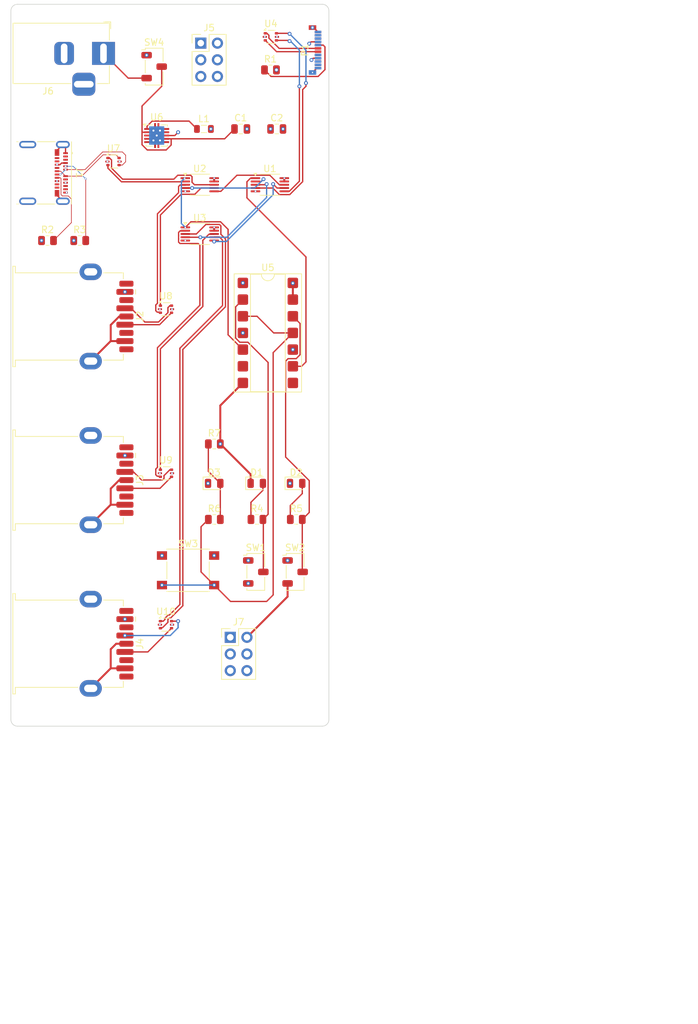
<source format=kicad_pcb>
(kicad_pcb (version 20241229) (generator "pcbnew") (generator_version "9.0")
  (layers (0 "F.Cu" mixed) (4 "In1.Cu" signal) (6 "In2.Cu" signal) (2 "B.Cu" power) (13 "F.Paste" user) (15 "B.Paste" user) (5 "F.SilkS" user "F.Silkscreen") (7 "B.SilkS" user "B.Silkscreen") (1 "F.Mask" user) (3 "B.Mask" user) (25 "Edge.Cuts" user))
  (net 0 "")
  (net 1 "Net-(SW4-B)")
  (net 2 "GND")
  (net 3 "/BATT_5V_IN")
  (net 4 "Net-(D1-A)")
  (net 5 "Net-(D2-A)")
  (net 6 "Net-(D3-A)")
  (net 7 "/PCB_5V")
  (net 8 "Net-(J1-D--PadA7)")
  (net 9 "Net-(J1-CC1)")
  (net 10 "Net-(J1-CC2)")
  (net 11 "Net-(J1-D+-PadA6)")
  (net 18 "Net-(J2-D+)")
  (net 19 "Net-(J2-D-)")
  (net 20 "Net-(J3-D-)")
  (net 25 "Net-(J3-D+)")
  (net 29 "Net-(J4-D+)")
  (net 31 "Net-(J4-D-)")
  (net 32 "/VBUS_5V_IN")
  (net 33 "/BB_5V")
  (net 34 "Net-(SW4-A)")
  (net 35 "Net-(U6-SW)")
  (net 37 "Net-(P1-D-)")
  (net 38 "Net-(P1-CC)")
  (net 39 "Net-(P1-D+)")
  (net 40 "Net-(SW1-B)")
  (net 41 "Net-(SW2-B)")
  (net 42 "Net-(U5A-C)")
  (net 43 "Net-(U1-D-)")
  (net 44 "Net-(U1-D2+)")
  (net 45 "Net-(U1-D2-)")
  (net 46 "Net-(U1-D1+)")
  (net 47 "Net-(U1-D1-)")
  (net 48 "/S1")
  (net 49 "Net-(U1-D+)")
  (net 50 "/S0")
  (net 51 "/D1-")
  (net 52 "/D1+")
  (net 53 "/D2+")
  (net 54 "/D2-")
  (net 55 "/D3+")
  (net 56 "/D4+")
  (net 57 "/D4-")
  (net 58 "/D3-")
  (footprint "Package_TO_SOT_SMD:SOT-666" (layer "F.Cu") (at 147.15 110.4625)
    (property "Reference" "U9")
    (property "Value" "USBLC6-2P6")
  )
  (footprint "Button_Switch_SMD:Nidec_Copal_CAS-120A" (layer "F.Cu") (at 145.35 48.5)
    (property "Reference" "SW4")
    (property "Value" "SW_Nidec_CAS-120A1")
  )
  (footprint "Resistor_SMD:R_0805_2012Metric" (layer "F.Cu") (at 154.525 106)
    (property "Reference" "R7")
    (property "Value" "10k")
  )
  (footprint "Capacitor_SMD:C_0805_2012Metric" (layer "F.Cu") (at 158.55 58)
    (property "Reference" "C1")
    (property "Value" "2.2u")
  )
  (footprint "Resistor_SMD:R_0805_2012Metric" (layer "F.Cu") (at 161.025 117.5)
    (property "Reference" "R4")
    (property "Value" "330")
  )
  (footprint "LED_SMD:LED_0805_2012Metric" (layer "F.Cu") (at 154.5 112)
    (property "Reference" "D3")
    (property "Value" "LED_GREEN")
  )
  (footprint "Connector_USB:USB_C_Plug_Molex_105444" (layer "F.Cu") (at 170.38 45.9725 -90)
    (property "Reference" "P1")
    (property "Value" "USB_C_Plug_USB2.0")
  )
  (footprint "Button_Switch_SMD:Nidec_Copal_CAS-120A" (layer "F.Cu") (at 160.85 125.5)
    (property "Reference" "SW1")
    (property "Value" "SW_Nidec_CAS-120A1")
  )
  (footprint "Capacitor_SMD:C_0805_2012Metric" (layer "F.Cu") (at 164.05 58)
    (property "Reference" "C2")
    (property "Value" "47u")
  )
  (footprint "Package_DIP:DIP-14_W7.62mm_SMDSocket_SmallPads" (layer "F.Cu") (at 162.69 89.08)
    (property "Reference" "U5")
    (property "Value" "74HC74")
  )
  (footprint "Connector_USB:USB3_A_Receptacle_Wuerth_692122030100" (layer "F.Cu") (at 132.2225 111.506667 -90)
    (property "Reference" "J3")
    (property "Value" "USB3_A")
  )
  (footprint "Button_Switch_SMD:SW_SPST_PTS645" (layer "F.Cu") (at 150.52 125.25)
    (property "Reference" "SW3")
    (property "Value" "SW_Push")
  )
  (footprint "Connector_USB:USB_C_Receptacle_Molex_105450-0101" (layer "F.Cu") (at 128.6225 64.69 -90)
    (property "Reference" "J1")
    (property "Value" "USB_C_Receptacle_USB2.0_16P")
  )
  (footprint "Connector_USB:USB3_A_Receptacle_Wuerth_692122030100" (layer "F.Cu") (at 132.2225 86.573333 -90)
    (property "Reference" "J2")
    (property "Value" "USB3_A")
  )
  (footprint "Connector_BarrelJack:BarrelJack_Horizontal" (layer "F.Cu") (at 137.6225 46.4825)
    (property "Reference" "J6")
    (property "Value" "Barrel_Jack")
  )
  (footprint "Package_SON:Texas_S-PVSON-N10_ThermalVias" (layer "F.Cu") (at 145.74 59)
    (property "Reference" "U6")
    (property "Value" "LM5166X")
  )
  (footprint "Resistor_SMD:R_0805_2012Metric" (layer "F.Cu") (at 167.025 117.5)
    (property "Reference" "R5")
    (property "Value" "330")
  )
  (footprint "Package_SO:VSSOP-10_3x3mm_P0.5mm" (layer "F.Cu") (at 152.3 66.5)
    (property "Reference" "U2")
    (property "Value" "TS3USB30EDGSR")
  )
  (footprint "Package_SO:VSSOP-10_3x3mm_P0.5mm" (layer "F.Cu") (at 163 66.5)
    (property "Reference" "U1")
    (property "Value" "TS3USB30EDGSR")
  )
  (footprint "Inductor_SMD:L_0805_2012Metric" (layer "F.Cu") (at 152.9375 58)
    (property "Reference" "L1")
    (property "Value" "150u")
  )
  (footprint "Resistor_SMD:R_0805_2012Metric" (layer "F.Cu") (at 129.0875 75)
    (property "Reference" "R2")
    (property "Value" "22k")
  )
  (footprint "Resistor_SMD:R_0805_2012Metric" (layer "F.Cu") (at 134 75)
    (property "Reference" "R3")
    (property "Value" "22k")
  )
  (footprint "Connector_PinHeader_2.54mm:PinHeader_2x03_P2.54mm_Vertical" (layer "F.Cu") (at 152.46 44.92)
    (property "Reference" "J5")
    (property "Value" "Conn_02x03_Odd_Even")
  )
  (footprint "Package_TO_SOT_SMD:SOT-666" (layer "F.Cu") (at 147.15 133.5375)
    (property "Reference" "U10")
    (property "Value" "USBLC6-2P6")
  )
  (footprint "Package_TO_SOT_SMD:SOT-666" (layer "F.Cu") (at 163.15 43.9625)
    (property "Reference" "U4")
    (property "Value" "USBLC6-2P6")
  )
  (footprint "LED_SMD:LED_0805_2012Metric" (layer "F.Cu") (at 161 112)
    (property "Reference" "D1")
    (property "Value" "LED_BLUE")
  )
  (footprint "Package_SO:VSSOP-10_3x3mm_P0.5mm" (layer "F.Cu") (at 152.3 74)
    (property "Reference" "U3")
    (property "Value" "TS3USB30EDGSR")
  )
  (footprint "LED_SMD:LED_0805_2012Metric" (layer "F.Cu") (at 167 112)
    (property "Reference" "D2")
    (property "Value" "LED_BLUE")
  )
  (footprint "Resistor_SMD:R_0805_2012Metric" (layer "F.Cu") (at 154.525 117.5)
    (property "Reference" "R6")
    (property "Value" "330")
  )
  (footprint "Package_TO_SOT_SMD:SOT-666" (layer "F.Cu") (at 139.15 62.9625)
    (property "Reference" "U7")
    (property "Value" "USBLC6-2P6")
  )
  (footprint "Connector_PinHeader_2.54mm:PinHeader_2x03_P2.54mm_Vertical" (layer "F.Cu") (at 156.96 135.46)
    (property "Reference" "J7")
    (property "Value" "Conn_02x03_Odd_Even")
  )
  (footprint "Package_TO_SOT_SMD:SOT-666" (layer "F.Cu") (at 147.15 85.4625)
    (property "Reference" "U8")
    (property "Value" "USBLC6-2P6")
  )
  (footprint "Button_Switch_SMD:Nidec_Copal_CAS-120A" (layer "F.Cu") (at 166.85 125.5)
    (property "Reference" "SW2")
    (property "Value" "SW_Nidec_CAS-120A1")
  )
  (footprint "Connector_USB:USB3_A_Receptacle_Wuerth_692122030100" (layer "F.Cu") (at 132.2225 136.44 -90)
    (property "Reference" "J4")
    (property "Value" "USB3_A")
  )
  (footprint "Resistor_SMD:R_0805_2012Metric" (layer "F.Cu") (at 163.0875 49)
    (property "Reference" "R1")
    (property "Value" "22k")
  )
  (gr_line (start 172 40) (end 172 148) (stroke (width 0.1)) (layer "Edge.Cuts"))
  (gr_line (start 123.5 148) (end 123.5 40) (stroke (width 0.1)) (layer "Edge.Cuts"))
  (gr_arc (start 171 39) (mid 171.707107 39.292893) (end 172 40) (stroke (width 0.1)) (layer "Edge.Cuts"))
  (gr_arc (start 124.5 149) (mid 123.792893 148.707107) (end 123.5 148) (stroke (width 0.1)) (layer "Edge.Cuts"))
  (gr_arc (start 172 148) (mid 171.707107 148.707107) (end 171 149) (stroke (width 0.1)) (layer "Edge.Cuts"))
  (gr_line (start 124.5 39) (end 171 39) (stroke (width 0.1)) (layer "Edge.Cuts"))
  (gr_arc (start 123.5 40) (mid 123.792893 39.292893) (end 124.5 39) (stroke (width 0.1)) (layer "Edge.Cuts"))
  (gr_line (start 171 149) (end 124.5 149) (stroke (width 0.1)) (layer "Edge.Cuts"))
  (segment (start 156.1 59.5) (end 157.6 58) (width 0.2) (layer "F.Cu") (net 1))
  (segment (start 147.215 59.5) (end 147.882 59.5) (width 0.2) (layer "F.Cu") (net 1))
  (segment (start 143.5 58.402) (end 143.5 54.5) (width 0.2) (layer "F.Cu") (net 1))
  (segment (start 144.265 58.5) (end 143.598 58.5) (width 0.2) (layer "F.Cu") (net 1))
  (segment (start 143.598 58.5) (end 143.5 58.402) (width 0.2) (layer "F.Cu") (net 1))
  (segment (start 147.5 59.5) (end 156.1 59.5) (width 0.2) (layer "F.Cu") (net 1))
  (segment (start 144.299 61.201) (end 143.5 60.402) (width 0.2) (layer "F.Cu") (net 1))
  (segment (start 147.941 60.441) (end 147.181 61.201) (width 0.2) (layer "F.Cu") (net 1))
  (segment (start 147.941 59.559) (end 147.941 60.441) (width 0.2) (layer "F.Cu") (net 1))
  (segment (start 146.5 51.5) (end 146.5 48.5) (width 0.2) (layer "F.Cu") (net 1))
  (segment (start 143.5 54.5) (end 146.5 51.5) (width 0.2) (layer "F.Cu") (net 1))
  (segment (start 143.5 60.402) (end 143.5 58.402) (width 0.2) (layer "F.Cu") (net 1))
  (segment (start 147.882 59.5) (end 147.941 59.559) (width 0.2) (layer "F.Cu") (net 1))
  (segment (start 147.181 61.201) (end 144.299 61.201) (width 0.2) (layer "F.Cu") (net 1))
  (segment (start 144.265 60) (end 144.99 60) (width 0.2) (layer "F.Cu") (net 2))
  (segment (start 131.8375 60.78) (end 131.4275 60.37) (width 0.2) (layer "F.Cu") (net 2))
  (segment (start 138.7225 112.805845) (end 138.7225 115.256667) (width 0.3) (layer "F.Cu") (net 2))
  (segment (start 160.0625 112) (end 160.0625 110.625) (width 0.3) (layer "F.Cu") (net 2))
  (segment (start 141.1175 136.44) (end 139.56 136.44) (width 0.3) (layer "F.Cu") (net 2))
  (segment (start 139.56 136.44) (end 138.7225 137.2775) (width 0.3) (layer "F.Cu") (net 2))
  (segment (start 169.94625 48.94625) (end 169.5 49.3925) (width 0.2) (layer "F.Cu") (net 2))
  (segment (start 144.99 60) (end 145.24 59.75) (width 0.2) (layer "F.Cu") (net 2))
  (segment (start 138.7225 137.2775) (end 138.7225 140.19) (width 0.3) (layer "F.Cu") (net 2))
  (segment (start 155.4375 106) (end 155.4375 100.1425) (width 0.3) (layer "F.Cu") (net 2))
  (segment (start 147.215 58) (end 146.49 58) (width 0.2) (layer "F.Cu") (net 2))
  (segment (start 140.021678 86.573333) (end 138.7225 87.872511) (width 0.3) (layer "F.Cu") (net 2))
  (segment (start 169.67 42.5525) (end 170.34 43.2225) (width 0.2) (layer "F.Cu") (net 2))
  (segment (start 138.7225 87.872511) (end 138.7225 90.323333) (width 0.3) (layer "F.Cu") (net 2))
  (segment (start 165.7 127.25) (end 165.7 129.26) (width 0.3) (layer "F.Cu") (net 2))
  (segment (start 131.999998 67.69) (end 132 67.690002) (width 0.2) (layer "F.Cu") (net 2))
  (segment (start 140.8925 115.256667) (end 138.7225 115.256667) (width 0.3) (layer "F.Cu") (net 2))
  (segment (start 146.49 58) (end 146.24 58.25) (width 0.2) (layer "F.Cu") (net 2))
  (segment (start 140.8925 140.19) (end 138.7225 140.19) (width 0.3) (layer "F.Cu") (net 2))
  (segment (start 130.5375 61.26) (end 131.4275 60.37) (width 0.2) (layer "F.Cu") (net 2))
  (segment (start 131.8375 67.69) (end 131.999998 67.69) (width 0.2) (layer "F.Cu") (net 2))
  (segment (start 138.7225 90.323333) (end 135.6725 93.373333) (width 0.3) (layer "F.Cu") (net 2))
  (segment (start 170.17 48.7225) (end 169.94625 48.94625) (width 0.2) (layer "F.Cu") (net 2))
  (segment (start 170.34 48.7225) (end 170.17 48.7225) (width 0.2) (layer "F.Cu") (net 2))
  (segment (start 130.5375 67.79) (end 130.5375 68.12) (width 0.2) (layer "F.Cu") (net 2))
  (segment (start 138.7225 140.19) (end 135.6725 143.24) (width 0.3) (layer "F.Cu") (net 2))
  (segment (start 144.265 59) (end 145.74 59) (width 0.2) (layer "F.Cu") (net 2))
  (segment (start 155.4375 100.1425) (end 158.88 96.7) (width 0.3) (layer "F.Cu") (net 2))
  (segment (start 165.7 129.26) (end 159.5 135.46) (width 0.3) (layer "F.Cu") (net 2))
  (segment (start 131.8375 61.69) (end 131.8375 60.78) (width 0.2) (layer "F.Cu") (net 2))
  (segment (start 140.021678 111.506667) (end 138.7225 112.805845) (width 0.3) (layer "F.Cu") (net 2))
  (segment (start 160.0625 110.625) (end 155.4375 106) (width 0.3) (layer "F.Cu") (net 2))
  (segment (start 141.1175 111.506667) (end 140.021678 111.506667) (width 0.3) (layer "F.Cu") (net 2))
  (segment (start 138.7225 115.256667) (end 135.6725 118.306667) (width 0.3) (layer "F.Cu") (net 2))
  (segment (start 130.5375 68.12) (end 131.4275 69.01) (width 0.2) (layer "F.Cu") (net 2))
  (segment (start 169.5 42.5525) (end 169.67 42.5525) (width 0.2) (layer "F.Cu") (net 2))
  (segment (start 141.1175 86.573333) (end 140.021678 86.573333) (width 0.3) (layer "F.Cu") (net 2))
  (segment (start 130.5375 61.59) (end 130.5375 61.26) (width 0.2) (layer "F.Cu") (net 2))
  (segment (start 140.8925 90.323333) (end 138.7225 90.323333) (width 0.3) (layer "F.Cu") (net 2))
  (via (at 132 67.690002) (size 0.3) (drill 0.2) (layers "F.Cu" "B.Cu") (net 2))
  (via (at 155.4375 106) (size 0.6) (drill 0.3) (layers "F.Cu" "B.Cu") (net 2))
  (via (at 146.225 110.4625) (size 0.3) (drill 0.2) (layers "F.Cu" "B.Cu") (net 2))
  (via (at 160.8 67.5) (size 0.3) (drill 0.2) (layers "F.Cu" "B.Cu") (net 2))
  (via (at 169.5 42.5525) (size 0.6) (drill 0.3) (layers "F.Cu" "B.Cu") (net 2))
  (via (at 159.7 127.25) (size 0.6) (drill 0.3) (layers "F.Cu" "B.Cu") (net 2))
  (via (at 169.5 49.3925) (size 0.3) (drill 0.2) (layers "F.Cu" "B.Cu") (net 2))
  (via (at 166.0625 112) (size 0.6) (drill 0.3) (layers "F.Cu" "B.Cu") (net 2))
  (via (at 146.225 133.5375) (size 0.3) (drill 0.2) (layers "F.Cu" "B.Cu") (net 2))
  (via (at 144.2 46.75) (size 0.6) (drill 0.3) (layers "F.Cu" "B.Cu") (net 2))
  (via (at 150.1 67.5) (size 0.3) (drill 0.2) (layers "F.Cu" "B.Cu") (net 2))
  (via (at 150.1 75) (size 0.3) (drill 0.2) (layers "F.Cu" "B.Cu") (net 2))
  (via (at 146.225 85.4625) (size 0.3) (drill 0.2) (layers "F.Cu" "B.Cu") (net 2))
  (via (at 165 58) (size 0.6) (drill 0.3) (layers "F.Cu" "B.Cu") (net 2))
  (via (at 162.225 43.9625) (size 0.3) (drill 0.2) (layers "F.Cu" "B.Cu") (net 2))
  (via (at 153.5625 112) (size 0.6) (drill 0.3) (layers "F.Cu" "B.Cu") (net 2))
  (via (at 138.225 62.9625) (size 0.3) (drill 0.2) (layers "F.Cu" "B.Cu") (net 2))
  (via (at 159.5 58) (size 0.6) (drill 0.3) (layers "F.Cu" "B.Cu") (net 2))
  (segment (start 149 58.5) (end 148.5 59) (width 0.2) (layer "F.Cu") (net 3))
  (segment (start 148.5 59) (end 147.5 59) (width 0.2) (layer "F.Cu") (net 3))
  (via (at 154 58) (size 0.6) (drill 0.3) (layers "F.Cu" "B.Cu") (net 3))
  (via (at 149 58.5) (size 0.6) (drill 0.3) (layers "F.Cu" "B.Cu") (net 3))
  (via (at 163.1 58) (size 0.6) (drill 0.3) (layers "F.Cu" "B.Cu") (net 3))
  (segment (start 160.1125 114.8875) (end 160.1125 117.5) (width 0.2) (layer "F.Cu") (net 4))
  (segment (start 161.9375 113.0625) (end 160.1125 114.8875) (width 0.2) (layer "F.Cu") (net 4))
  (segment (start 161.9375 112) (end 161.9375 113.0625) (width 0.2) (layer "F.Cu") (net 4))
  (segment (start 167.9375 113.5625) (end 166.1125 115.3875) (width 0.2) (layer "F.Cu") (net 5))
  (segment (start 166.1125 115.3875) (end 166.1125 117.5) (width 0.2) (layer "F.Cu") (net 5))
  (segment (start 167.9375 112) (end 167.9375 113.5625) (width 0.2) (layer "F.Cu") (net 5))
  (segment (start 153.6125 110.175) (end 155.4375 112) (width 0.2) (layer "F.Cu") (net 6))
  (segment (start 153.6125 106) (end 153.6125 110.175) (width 0.2) (layer "F.Cu") (net 6))
  (segment (start 155.4375 117.5) (end 155.4375 112) (width 0.2) (layer "F.Cu") (net 6))
  (segment (start 154.5 73.5) (end 154.5 73) (width 0.3) (layer "F.Cu") (net 7))
  (segment (start 154.5 66) (end 154.5 65.5) (width 0.3) (layer "F.Cu") (net 7))
  (segment (start 131.2355 63.19) (end 131.8375 63.19) (width 0.2) (layer "F.Cu") (net 7))
  (segment (start 165.2 66) (end 165.2 65.5) (width 0.3) (layer "F.Cu") (net 7))
  (segment (start 140.8925 132.69) (end 140.8925 132.6075) (width 0.3) (layer "F.Cu") (net 7))
  (segment (start 140.8925 132.6075) (end 141 132.5) (width 0.3) (layer "F.Cu") (net 7))
  (segment (start 166.5 84) (end 166.5 81.5) (width 0.3) (layer "F.Cu") (net 7))
  (segment (start 130.5375 63.44) (end 130.9855 63.44) (width 0.2) (layer "F.Cu") (net 7))
  (segment (start 166.5 81.5) (end 166.5 81.46) (width 0.3) (layer "F.Cu") (net 7))
  (segment (start 130.9855 63.44) (end 131.2355 63.19) (width 0.2) (layer "F.Cu") (net 7))
  (via (at 154.5 123) (size 0.6) (drill 0.3) (layers "F.Cu" "B.Cu") (net 7))
  (via (at 140.075 62.9625) (size 0.3) (drill 0.2) (layers "F.Cu" "B.Cu") (net 7))
  (via (at 131.8375 66.19) (size 0.3) (drill 0.2) (layers "F.Cu" "B.Cu") (net 7))
  (via (at 148.075 85.4625) (size 0.3) (drill 0.2) (layers "F.Cu" "B.Cu") (net 7))
  (via (at 140.8925 82.823333) (size 0.6) (drill 0.3) (layers "F.Cu" "B.Cu") (net 7))
  (via (at 165.2 65.5) (size 0.3) (drill 0.2) (layers "F.Cu" "B.Cu") (net 7))
  (via (at 159.7 123.75) (size 0.6) (drill 0.3) (layers "F.Cu" "B.Cu") (net 7))
  (via (at 164.075 43.9625) (size 0.3) (drill 0.2) (layers "F.Cu" "B.Cu") (net 7))
  (via (at 148.075 133.5375) (size 0.3) (drill 0.2) (layers "F.Cu" "B.Cu") (net 7))
  (via (at 128.175 75) (size 0.6) (drill 0.3) (layers "F.Cu" "B.Cu") (net 7))
  (via (at 146.54 123) (size 0.6) (drill 0.3) (layers "F.Cu" "B.Cu") (net 7))
  (via (at 140.8925 107.756667) (size 0.6) (drill 0.3) (layers "F.Cu" "B.Cu") (net 7))
  (via (at 148.075 110.4625) (size 0.3) (drill 0.2) (layers "F.Cu" "B.Cu") (net 7))
  (via (at 130.5375 63.44) (size 0.3) (drill 0.2) (layers "F.Cu" "B.Cu") (net 7))
  (via (at 166.5 91.62) (size 0.6) (drill 0.3) (layers "F.Cu" "B.Cu") (net 7))
  (via (at 133.0875 75) (size 0.6) (drill 0.3) (layers "F.Cu" "B.Cu") (net 7))
  (via (at 154.5 65.5) (size 0.3) (drill 0.2) (layers "F.Cu" "B.Cu") (net 7))
  (via (at 165.7 123.75) (size 0.6) (drill 0.3) (layers "F.Cu" "B.Cu") (net 7))
  (via (at 130.5375 65.94) (size 0.3) (drill 0.2) (layers "F.Cu" "B.Cu") (net 7))
  (via (at 166.5 81.5) (size 0.6) (drill 0.3) (layers "F.Cu" "B.Cu") (net 7))
  (via (at 154.5 73) (size 0.3) (drill 0.2) (layers "F.Cu" "B.Cu") (net 7))
  (via (at 158.88 89.08) (size 0.6) (drill 0.3) (layers "F.Cu" "B.Cu") (net 7))
  (via (at 140.8925 132.69) (size 0.6) (drill 0.3) (layers "F.Cu" "B.Cu") (net 7))
  (via (at 158.88 81.46) (size 0.6) (drill 0.3) (layers "F.Cu" "B.Cu") (net 7))
  (segment (start 139.5115 61.9365) (end 137.5635 61.9365) (width 0.1) (layer "F.Cu") (net 8))
  (segment (start 140 62.425) (end 139.5115 61.9365) (width 0.1) (layer "F.Cu") (net 8))
  (segment (start 137.5635 61.9365) (end 134.31 65.19) (width 0.1) (layer "F.Cu") (net 8))
  (segment (start 131.0875 64.44) (end 130.5375 64.44) (width 0.1) (layer "F.Cu") (net 8))
  (segment (start 131.8375 65.19) (end 131.0875 64.44) (width 0.1) (layer "F.Cu") (net 8))
  (segment (start 134.31 65.19) (end 131.8375 65.19) (width 0.1) (layer "F.Cu") (net 8))
  (segment (start 134.9125 65.6025) (end 134.9125 75) (width 0.1) (layer "F.Cu") (net 9))
  (via (at 131.8375 63.69) (size 0.3) (drill 0.2) (layers "F.Cu" "B.Cu") (net 9))
  (via (at 134.9125 65.6025) (size 0.3) (drill 0.2) (layers "F.Cu" "B.Cu") (net 9))
  (segment (start 133 63.69) (end 131.8375 63.69) (width 0.1) (layer "B.Cu") (net 9))
  (segment (start 134.9125 65.6025) (end 133 63.69) (width 0.1) (layer "B.Cu") (net 9))
  (segment (start 130.5375 65.44) (end 131.0395 65.44) (width 0.1) (layer "F.Cu") (net 10))
  (segment (start 131.1385 67.993) (end 131.3545 68.209) (width 0.1) (layer "F.Cu") (net 10))
  (segment (start 131.3545 68.209) (end 132.259285 68.209) (width 0.1) (layer "F.Cu") (net 10))
  (segment (start 131.0395 65.44) (end 131.1385 65.539) (width 0.1) (layer "F.Cu") (net 10))
  (segment (start 132.7285 68.678215) (end 132.7285 72.2715) (width 0.1) (layer "F.Cu") (net 10))
  (segment (start 132.7285 72.2715) (end 130 75) (width 0.1) (layer "F.Cu") (net 10))
  (segment (start 131.1385 65.539) (end 131.1385 67.993) (width 0.1) (layer "F.Cu") (net 10))
  (segment (start 132.259285 68.209) (end 132.7285 68.678215) (width 0.1) (layer "F.Cu") (net 10))
  (segment (start 134.81 64.19) (end 131.8375 64.19) (width 0.1) (layer "F.Cu") (net 11))
  (segment (start 140.5 61.5) (end 137.5 61.5) (width 0.1) (layer "F.Cu") (net 11))
  (segment (start 141 62) (end 140.5 61.5) (width 0.1) (layer "F.Cu") (net 11))
  (segment (start 140.5 63.5) (end 141 63) (width 0.1) (layer "F.Cu") (net 11))
  (segment (start 130.990394 64.94) (end 131.014085 64.963691) (width 0.1) (layer "F.Cu") (net 11))
  (segment (start 141 63) (end 141 62) (width 0.1) (layer "F.Cu") (net 11))
  (segment (start 140 63.5) (end 140.5 63.5) (width 0.1) (layer "F.Cu") (net 11))
  (segment (start 130.5375 64.94) (end 130.990394 64.94) (width 0.1) (layer "F.Cu") (net 11))
  (segment (start 137.5 61.5) (end 134.81 64.19) (width 0.1) (layer "F.Cu") (net 11))
  (via (at 131.014085 64.963691) (size 0.3) (drill 0.2) (layers "F.Cu" "B.Cu") (net 11))
  (via (at 131.8375 64.19) (size 0.3) (drill 0.2) (layers "F.Cu" "B.Cu") (net 11))
  (segment (start 131.014085 64.963691) (end 131.063809 64.963691) (width 0.1) (layer "B.Cu") (net 11))
  (segment (start 131.063809 64.963691) (end 131.8375 64.19) (width 0.1) (layer "B.Cu") (net 11))
  (segment (start 146.176667 87.823333) (end 140.8925 87.823333) (width 0.2) (layer "F.Cu") (net 18))
  (segment (start 148 86) (end 146.176667 87.823333) (width 0.2) (layer "F.Cu") (net 18))
  (segment (start 147.449 85.695324) (end 147.471409 85.717733) (width 0.2) (layer "F.Cu") (net 19))
  (segment (start 147.750001 84.925) (end 147.5 85.175001) (width 0.2) (layer "F.Cu") (net 19))
  (segment (start 147.449 85.229676) (end 147.449 85.695324) (width 0.2) (layer "F.Cu") (net 19))
  (segment (start 147.5 85.178676) (end 147.449 85.229676) (width 0.2) (layer "F.Cu") (net 19))
  (segment (start 146.010567 87.422333) (end 143.922333 87.422333) (width 0.2) (layer "F.Cu") (net 19))
  (segment (start 143.922333 87.422333) (end 141.823333 85.323333) (width 0.2) (layer "F.Cu") (net 19))
  (segment (start 147.449 85.740142) (end 147.449 85.9839) (width 0.2) (layer "F.Cu") (net 19))
  (segment (start 147.5 85.175001) (end 147.5 85.178676) (width 0.2) (layer "F.Cu") (net 19))
  (segment (start 148 84.925) (end 147.750001 84.925) (width 0.2) (layer "F.Cu") (net 19))
  (segment (start 141.823333 85.323333) (end 140.8925 85.323333) (width 0.2) (layer "F.Cu") (net 19))
  (segment (start 147.471409 85.717733) (end 147.449 85.740142) (width 0.2) (layer "F.Cu") (net 19))
  (segment (start 147.449 85.9839) (end 146.010567 87.422333) (width 0.2) (layer "F.Cu") (net 19))
  (segment (start 143.424333 111.4885) (end 142.1925 110.256667) (width 0.2) (layer "F.Cu") (net 20))
  (segment (start 142.1925 110.256667) (end 140.8925 110.256667) (width 0.2) (layer "F.Cu") (net 20))
  (segment (start 146.851 110.824001) (end 146.851 111.259858) (width 0.2) (layer "F.Cu") (net 20))
  (segment (start 146.851 111.259858) (end 146.622358 111.4885) (width 0.2) (layer "F.Cu") (net 20))
  (segment (start 148 109.925) (end 147.750001 109.925) (width 0.2) (layer "F.Cu") (net 20))
  (segment (start 146.622358 111.4885) (end 143.424333 111.4885) (width 0.2) (layer "F.Cu") (net 20))
  (segment (start 147.750001 109.925) (end 146.851 110.824001) (width 0.2) (layer "F.Cu") (net 20))
  (segment (start 146.243333 112.756667) (end 140.8925 112.756667) (width 0.2) (layer "F.Cu") (net 25))
  (segment (start 148 111) (end 146.243333 112.756667) (width 0.2) (layer "F.Cu") (net 25))
  (segment (start 144.385 137.69) (end 140.8925 137.69) (width 0.2) (layer "F.Cu") (net 29))
  (segment (start 148 134.075) (end 144.385 137.69) (width 0.2) (layer "F.Cu") (net 29))
  (segment (start 148 133) (end 149 133) (width 0.2) (layer "F.Cu") (net 31))
  (via (at 149 133) (size 0.6) (drill 0.3) (layers "F.Cu" "B.Cu") (net 31))
  (via (at 140.8925 135.19) (size 0.6) (drill 0.3) (layers "F.Cu" "B.Cu") (net 31))
  (segment (start 149 134) (end 147.81 135.19) (width 0.2) (layer "B.Cu") (net 31))
  (segment (start 147.81 135.19) (end 140.8925 135.19) (width 0.2) (layer "B.Cu") (net 31))
  (segment (start 149 133) (end 149 134) (width 0.2) (layer "B.Cu") (net 31))
  (segment (start 169.2775 44.7225) (end 169 45) (width 0.2) (layer "F.Cu") (net 32))
  (segment (start 170.34 44.7225) (end 169.2775 44.7225) (width 0.2) (layer "F.Cu") (net 32))
  (segment (start 169.342267 47.484923) (end 169.60469 47.2225) (width 0.2) (layer "F.Cu") (net 32))
  (segment (start 169.60469 47.2225) (end 170.34 47.2225) (width 0.2) (layer "F.Cu") (net 32))
  (via (at 164 49) (size 0.6) (drill 0.4) (layers "F.Cu" "B.Cu") (net 32))
  (via (at 169 45) (size 0.6) (drill 0.3) (layers "F.Cu" "B.Cu") (net 32))
  (via (at 169.342267 47.484923) (size 0.6) (drill 0.3) (layers "F.Cu" "B.Cu") (net 32))
  (segment (start 141.39 50.25) (end 137.6225 46.4825) (width 0.2) (layer "F.Cu") (net 34))
  (segment (start 144.2 50.25) (end 141.39 50.25) (width 0.2) (layer "F.Cu") (net 34))
  (segment (start 150.674 56.799) (end 151.875 58) (width 0.2) (layer "F.Cu") (net 35))
  (segment (start 144.265 57.583) (end 145.049 56.799) (width 0.2) (layer "F.Cu") (net 35))
  (segment (start 145.049 56.799) (end 150.674 56.799) (width 0.2) (layer "F.Cu") (net 35))
  (segment (start 144.265 58) (end 144.265 57.583) (width 0.2) (layer "F.Cu") (net 35))
  (segment (start 170.34 46.2225) (end 164.0225 46.2225) (width 0.2) (layer "F.Cu") (net 37))
  (segment (start 164.0225 46.2225) (end 162.3 44.5) (width 0.2) (layer "F.Cu") (net 37))
  (segment (start 170.34 45.2225) (end 171.132 45.2225) (width 0.2) (layer "F.Cu") (net 38))
  (segment (start 171.132 45.2225) (end 171.399 45.4895) (width 0.2) (layer "F.Cu") (net 38))
  (segment (start 171.399 48.9555) (end 170.3535 50.001) (width 0.2) (layer "F.Cu") (net 38))
  (segment (start 170.3535 50.001) (end 163.176 50.001) (width 0.2) (layer "F.Cu") (net 38))
  (segment (start 163.176 50.001) (end 162.175 49) (width 0.2) (layer "F.Cu") (net 38))
  (segment (start 171.399 45.4895) (end 171.399 48.9555) (width 0.2) (layer "F.Cu") (net 38))
  (segment (start 164.411642 45.7225) (end 162.851 44.161858) (width 0.2) (layer "F.Cu") (net 39))
  (segment (start 162.851 44.161858) (end 162.851 43.726001) (width 0.2) (layer "F.Cu") (net 39))
  (segment (start 162.851 43.726001) (end 162.549999 43.425) (width 0.2) (layer "F.Cu") (net 39))
  (segment (start 162.549999 43.425) (end 162.3 43.425) (width 0.2) (layer "F.Cu") (net 39))
  (segment (start 170.34 45.7225) (end 164.411642 45.7225) (width 0.2) (layer "F.Cu") (net 39))
  (segment (start 158.88 84) (end 157.779 85.101) (width 0.2) (layer "F.Cu") (net 40))
  (segment (start 158.41384 90.5) (end 159.64616 90.5) (width 0.2) (layer "F.Cu") (net 40))
  (segment (start 157.779 89.86516) (end 158.41384 90.5) (width 0.2) (layer "F.Cu") (net 40))
  (segment (start 159.64616 90.5) (end 162.726 93.57984) (width 0.2) (layer "F.Cu") (net 40))
  (segment (start 162.726 93.57984) (end 162.726 116.7115) (width 0.2) (layer "F.Cu") (net 40))
  (segment (start 162.726 116.7115) (end 161.9375 117.5) (width 0.2) (layer "F.Cu") (net 40))
  (segment (start 162 117.5625) (end 161.9375 117.5) (width 0.2) (layer "F.Cu") (net 40))
  (segment (start 162 125.5) (end 162 117.5625) (width 0.2) (layer "F.Cu") (net 40))
  (segment (start 157.779 85.101) (end 157.779 89.86516) (width 0.2) (layer "F.Cu") (net 40))
  (segment (start 167.601 92.40516) (end 167.00616 93) (width 0.2) (layer "F.Cu") (net 41))
  (segment (start 166.5 86.54) (end 167.601 87.641) (width 0.2) (layer "F.Cu") (net 41))
  (segment (start 165.77384 93) (end 165.399 93.37484) (width 0.2) (layer "F.Cu") (net 41))
  (segment (start 167.9375 125.4375) (end 168 125.5) (width 0.2) (layer "F.Cu") (net 41))
  (segment (start 167.601 87.641) (end 167.601 92.40516) (width 0.2) (layer "F.Cu") (net 41))
  (segment (start 169 116.4375) (end 167.9375 117.5) (width 0.2) (layer "F.Cu") (net 41))
  (segment (start 167.9375 117.5) (end 167.9375 125.4375) (width 0.2) (layer "F.Cu") (net 41))
  (segment (start 169 111.585354) (end 169 116.4375) (width 0.2) (layer "F.Cu") (net 41))
  (segment (start 167.00616 93) (end 165.77384 93) (width 0.2) (layer "F.Cu") (net 41))
  (segment (start 165.399 107.984354) (end 169 111.585354) (width 0.2) (layer "F.Cu") (net 41))
  (segment (start 165.399 93.37484) (end 165.399 107.984354) (width 0.2) (layer "F.Cu") (net 41))
  (segment (start 154.5 127.5) (end 157 130) (width 0.2) (layer "F.Cu") (net 42))
  (segment (start 154.5 127.5) (end 152.5 125.5) (width 0.2) (layer "F.Cu") (net 42))
  (segment (start 158.88 86.54) (end 161.04 86.54) (width 0.2) (layer "F.Cu") (net 42))
  (segment (start 163.58 89.08) (end 166.5 89.08) (width 0.2) (layer "F.Cu") (net 42))
  (segment (start 152.5 125.5) (end 152.5 118.6125) (width 0.2) (layer "F.Cu") (net 42))
  (segment (start 162.5 130) (end 163.5 129) (width 0.2) (layer "F.Cu") (net 42))
  (segment (start 152.5 118.6125) (end 153.6125 117.5) (width 0.2) (layer "F.Cu") (net 42))
  (segment (start 157 130) (end 162.5 130) (width 0.2) (layer "F.Cu") (net 42))
  (segment (start 163.5 92.08) (end 166.5 89.08) (width 0.2) (layer "F.Cu") (net 42))
  (segment (start 163.5 129) (end 163.5 92.08) (width 0.2) (layer "F.Cu") (net 42))
  (segment (start 161.04 86.54) (end 163.58 89.08) (width 0.2) (layer "F.Cu") (net 42))
  (via (at 154.5 127.5) (size 0.6) (drill 0.3) (layers "F.Cu" "B.Cu") (net 42))
  (via (at 146.54 127.5) (size 0.6) (drill 0.3) (layers "F.Cu" "B.Cu") (net 42))
  (segment (start 154.5 127.5) (end 146.54 127.5) (width 0.2) (layer "B.Cu") (net 42))
  (segment (start 167.5 52) (end 167.5 51.5) (width 0.2) (layer "F.Cu") (net 43))
  (segment (start 165.2 67.5) (end 165.958824 67.5) (width 0.2) (layer "F.Cu") (net 43))
  (segment (start 167.5 65.958824) (end 167.5 52) (width 0.2) (layer "F.Cu") (net 43))
  (segment (start 165.887502 44.5) (end 166 44.612498) (width 0.2) (layer "F.Cu") (net 43))
  (segment (start 165.958824 67.5) (end 167.5 65.958824) (width 0.2) (layer "F.Cu") (net 43))
  (segment (start 164 44.5) (end 165.887502 44.5) (width 0.2) (layer "F.Cu") (net 43))
  (via (at 166 44.612498) (size 0.6) (drill 0.3) (layers "F.Cu" "B.Cu") (net 43))
  (via (at 167.5 51.5) (size 0.6) (drill 0.3) (layers "F.Cu" "B.Cu") (net 43))
  (segment (start 166 44.612498) (end 166.131334 44.612498) (width 0.2) (layer "B.Cu") (net 43))
  (segment (start 167.5 45.981164) (end 167.5 51.5) (width 0.2) (layer "B.Cu") (net 43))
  (segment (start 166.131334 44.612498) (end 167.5 45.981164) (width 0.2) (layer "B.Cu") (net 43))
  (segment (start 162.4 66.5) (end 162.5 66.4) (width 0.2) (layer "F.Cu") (net 44))
  (segment (start 152.392647 74.5) (end 150.1 74.5) (width 0.2) (layer "F.Cu") (net 44))
  (segment (start 160.8 66.5) (end 162.4 66.5) (width 0.2) (layer "F.Cu") (net 44))
  (via (at 162.5 66.4) (size 0.6) (drill 0.3) (layers "F.Cu" "B.Cu") (net 44))
  (via (at 152.392647 74.5) (size 0.6) (drill 0.3) (layers "F.Cu" "B.Cu") (net 44))
  (segment (start 162.5 66.4) (end 162.5 68.4329) (width 0.2) (layer "B.Cu") (net 44))
  (segment (start 156.4329 74.5) (end 152.392647 74.5) (width 0.2) (layer "B.Cu") (net 44))
  (segment (start 162.5 68.4329) (end 156.4329 74.5) (width 0.2) (layer "B.Cu") (net 44))
  (segment (start 154.5 75) (end 154.5 75.15) (width 0.2) (layer "F.Cu") (net 45))
  (segment (start 164.092648 67) (end 165.2 67) (width 0.2) (layer "F.Cu") (net 45))
  (segment (start 163.495073 66.402425) (end 164.092648 67) (width 0.2) (layer "F.Cu") (net 45))
  (via (at 163.495073 66.402425) (size 0.6) (drill 0.3) (layers "F.Cu" "B.Cu") (net 45))
  (via (at 154.5 75.15) (size 0.6) (drill 0.3) (layers "F.Cu" "B.Cu") (net 45))
  (segment (start 156.35 75.15) (end 163.495073 68.004927) (width 0.2) (layer "B.Cu") (net 45))
  (segment (start 154.5 75.15) (end 156.35 75.15) (width 0.2) (layer "B.Cu") (net 45))
  (segment (start 163.495073 68.004927) (end 163.495073 66.402425) (width 0.2) (layer "B.Cu") (net 45))
  (segment (start 161.674 66) (end 160.8 66) (width 0.2) (layer "F.Cu") (net 46))
  (segment (start 150.1 67) (end 151.139352 67) (width 0.2) (layer "F.Cu") (net 46))
  (segment (start 162.025 65.649) (end 161.674 66) (width 0.2) (layer "F.Cu") (net 46))
  (via (at 162.025 65.649) (size 0.6) (drill 0.3) (layers "F.Cu" "B.Cu") (net 46))
  (via (at 151.139352 67) (size 0.6) (drill 0.3) (layers "F.Cu" "B.Cu") (net 46))
  (segment (start 151.139352 67) (end 160.674 67) (width 0.2) (layer "B.Cu") (net 46))
  (segment (start 160.674 67) (end 162.025 65.649) (width 0.2) (layer "B.Cu") (net 46))
  (segment (start 157.976924 65.049) (end 162.990176 65.049) (width 0.2) (layer "F.Cu") (net 47))
  (segment (start 162.990176 65.049) (end 164.441176 66.5) (width 0.2) (layer "F.Cu") (net 47))
  (segment (start 164.441176 66.5) (end 165.2 66.5) (width 0.2) (layer "F.Cu") (net 47))
  (segment (start 154.5 67.5) (end 155.525924 67.5) (width 0.2) (layer "F.Cu") (net 47))
  (segment (start 155.525924 67.5) (end 157.976924 65.049) (width 0.2) (layer "F.Cu") (net 47))
  (segment (start 159.5 66.041176) (end 160.041176 65.5) (width 0.2) (layer "F.Cu") (net 48))
  (segment (start 166.5 94.16) (end 166.66 94) (width 0.2) (layer "F.Cu") (net 48))
  (segment (start 168.5 93.5) (end 168.5 77.5) (width 0.2) (layer "F.Cu") (net 48))
  (segment (start 168.5 77.5) (end 159.5 68.5) (width 0.2) (layer "F.Cu") (net 48))
  (segment (start 159.5 68.5) (end 159.5 66.041176) (width 0.2) (layer "F.Cu") (net 48))
  (segment (start 167.84 94.16) (end 168.5 93.5) (width 0.2) (layer "F.Cu") (net 48))
  (segment (start 166.5 94.16) (end 167.84 94.16) (width 0.2) (layer "F.Cu") (net 48))
  (segment (start 160.041176 65.5) (end 160.8 65.5) (width 0.2) (layer "F.Cu") (net 48))
  (segment (start 168.5 51.5) (end 168.5 51) (width 0.2) (layer "F.Cu") (net 49))
  (segment (start 168 66.025924) (end 168 52) (width 0.2) (layer "F.Cu") (net 49))
  (segment (start 167.012962 67.012962) (end 168 66.025924) (width 0.2) (layer "F.Cu") (net 49))
  (segment (start 165.5 68) (end 166.025924 68) (width 0.2) (layer "F.Cu") (net 49))
  (segment (start 164 43.425) (end 165.925 43.425) (width 0.2) (layer "F.Cu") (net 49))
  (segment (start 166.025924 68) (end 167.012962 67.012962) (width 0.2) (layer "F.Cu") (net 49))
  (segment (start 164.441176 68) (end 165.5 68) (width 0.2) (layer "F.Cu") (net 49))
  (segment (start 165.925 43.425) (end 166 43.5) (width 0.2) (layer "F.Cu") (net 49))
  (segment (start 168 52) (end 168.5 51.5) (width 0.2) (layer "F.Cu") (net 49))
  (segment (start 163.441176 67) (end 164.441176 68) (width 0.2) (layer "F.Cu") (net 49))
  (segment (start 160.8 67) (end 163.441176 67) (width 0.2) (layer "F.Cu") (net 49))
  (via (at 166 43.5) (size 0.6) (drill 0.3) (layers "F.Cu" "B.Cu") (net 49))
  (via (at 168.5 51) (size 0.6) (drill 0.3) (layers "F.Cu" "B.Cu") (net 49))
  (segment (start 166 43.5) (end 168.5 46) (width 0.2) (layer "B.Cu") (net 49))
  (segment (start 168.5 46) (end 168.5 51) (width 0.2) (layer "B.Cu") (net 49))
  (segment (start 158.88 91.62) (end 156.626 89.366) (width 0.2) (layer "F.Cu") (net 50))
  (segment (start 155.473924 72.148) (end 150.952 72.148) (width 0.2) (layer "F.Cu") (net 50))
  (segment (start 150.952 72.148) (end 150.1 73) (width 0.2) (layer "F.Cu") (net 50))
  (segment (start 156.626 73.300076) (end 155.473924 72.148) (width 0.2) (layer "F.Cu") (net 50))
  (segment (start 150.1 65.5) (end 150 65.5) (width 0.2) (layer "F.Cu") (net 50))
  (segment (start 156.626 89.366) (end 156.626 73.300076) (width 0.2) (layer "F.Cu") (net 50))
  (via (at 150.1 73) (size 0.3) (drill 0.2) (layers "F.Cu" "B.Cu") (net 50))
  (via (at 150 65.5) (size 0.3) (drill 0.2) (layers "F.Cu" "B.Cu") (net 50))
  (segment (start 150 65.5) (end 149.5 66) (width 0.2) (layer "B.Cu") (net 50))
  (segment (start 149.5 72.4) (end 150.1 73) (width 0.2) (layer "B.Cu") (net 50))
  (segment (start 149.5 66) (end 149.5 72.4) (width 0.2) (layer "B.Cu") (net 50))
  (segment (start 140.534297 65.648999) (end 148.351001 65.648999) (width 0.2) (layer "F.Cu") (net 51))
  (segment (start 138.851 62.729676) (end 138.851 63.965702) (width 0.2) (layer "F.Cu") (net 51))
  (segment (start 148.351001 65.648999) (end 148.951 65.049) (width 0.2) (layer "F.Cu") (net 51))
  (segment (start 150.907824 65.049) (end 151.126 65.267176) (width 0.2) (layer "F.Cu") (net 51))
  (segment (start 138.546324 62.425) (end 138.851 62.729676) (width 0.2) (layer "F.Cu") (net 51))
  (segment (start 151.126 66.126) (end 151.5 66.5) (width 0.2) (layer "F.Cu") (net 51))
  (segment (start 151.5 66.5) (end 154.5 66.5) (width 0.2) (layer "F.Cu") (net 51))
  (segment (start 138.3 62.425) (end 138.546324 62.425) (width 0.2) (layer "F.Cu") (net 51))
  (segment (start 151.126 65.267176) (end 151.126 66.126) (width 0.2) (layer "F.Cu") (net 51))
  (segment (start 148.951 65.049) (end 150.907824 65.049) (width 0.2) (layer "F.Cu") (net 51))
  (segment (start 138.851 63.965702) (end 140.534297 65.648999) (width 0.2) (layer "F.Cu") (net 51))
  (segment (start 140.368197 66.049999) (end 138.3 63.981802) (width 0.2) (layer "F.Cu") (net 52))
  (segment (start 138.3 63.981802) (end 138.3 63.5) (width 0.2) (layer "F.Cu") (net 52))
  (segment (start 150.1 66) (end 150.050001 66.049999) (width 0.2) (layer "F.Cu") (net 52))
  (segment (start 150.050001 66.049999) (end 140.368197 66.049999) (width 0.2) (layer "F.Cu") (net 52))
  (segment (start 145.599 85.695324) (end 145.817176 85.9135) (width 0.2) (layer "F.Cu") (net 53))
  (segment (start 150.1 66.549) (end 149.292176 66.549) (width 0.2) (layer "F.Cu") (net 53))
  (segment (start 145.85 84.564142) (end 145.599 84.815142) (width 0.2) (layer "F.Cu") (net 53))
  (segment (start 146.2135 85.9135) (end 146.3 86) (width 0.2) (layer "F.Cu") (net 53))
  (segment (start 150.1 66.5) (end 150.1 66.549) (width 0.2) (layer "F.Cu") (net 53))
  (segment (start 145.85 70.931801) (end 145.85 84.564142) (width 0.2) (layer "F.Cu") (net 53))
  (segment (start 149.074 66.767176) (end 149.074 67.707801) (width 0.2) (layer "F.Cu") (net 53))
  (segment (start 149.074 67.707801) (end 145.85 70.931801) (width 0.2) (layer "F.Cu") (net 53))
  (segment (start 149.292176 66.549) (end 149.074 66.767176) (width 0.2) (layer "F.Cu") (net 53))
  (segment (start 145.599 84.815142) (end 145.599 85.695324) (width 0.2) (layer "F.Cu") (net 53))
  (segment (start 145.817176 85.9135) (end 146.2135 85.9135) (width 0.2) (layer "F.Cu") (net 53))
  (segment (start 151.549 67.951) (end 149.467199 67.951) (width 0.2) (layer "F.Cu") (net 54))
  (segment (start 149.467199 67.951) (end 146.3 71.118199) (width 0.2) (layer "F.Cu") (net 54))
  (segment (start 152.5 67) (end 151.549 67.951) (width 0.2) (layer "F.Cu") (net 54))
  (segment (start 154.5 67) (end 152.5 67) (width 0.2) (layer "F.Cu") (net 54))
  (segment (start 146.3 71.118199) (end 146.3 84.925) (width 0.2) (layer "F.Cu") (net 54))
  (segment (start 145.85 109.564142) (end 145.599 109.815142) (width 0.2) (layer "F.Cu") (net 55))
  (segment (start 149.074 73.767176) (end 149.074 75.232824) (width 0.2) (layer "F.Cu") (net 55))
  (segment (start 152.324999 84.856803) (end 145.85 91.331802) (width 0.2) (layer "F.Cu") (net 55))
  (segment (start 149.074 75.232824) (end 149.292176 75.451) (width 0.2) (layer "F.Cu") (net 55))
  (segment (start 149.292176 75.451) (end 152.051 75.451) (width 0.2) (layer "F.Cu") (net 55))
  (segment (start 145.817176 110.9135) (end 146.2135 110.9135) (width 0.2) (layer "F.Cu") (net 55))
  (segment (start 150.1 73.5) (end 150.149 73.549) (width 0.2) (layer "F.Cu") (net 55))
  (segment (start 150.149 73.549) (end 149.292176 73.549) (width 0.2) (layer "F.Cu") (net 55))
  (segment (start 145.599 109.815142) (end 145.599 110.695324) (width 0.2) (layer "F.Cu") (net 55))
  (segment (start 146.2135 110.9135) (end 146.3 111) (width 0.2) (layer "F.Cu") (net 55))
  (segment (start 145.599 110.695324) (end 145.817176 110.9135) (width 0.2) (layer "F.Cu") (net 55))
  (segment (start 149.292176 73.549) (end 149.074 73.767176) (width 0.2) (layer "F.Cu") (net 55))
  (segment (start 152.324999 75.724999) (end 152.324999 84.856803) (width 0.2) (layer "F.Cu") (net 55))
  (segment (start 152.051 75.451) (end 152.324999 75.724999) (width 0.2) (layer "F.Cu") (net 55))
  (segment (start 145.85 91.331802) (end 145.85 109.564142) (width 0.2) (layer "F.Cu") (net 55))
  (segment (start 155.526 74.051715) (end 156.225 74.750715) (width 0.2) (layer "F.Cu") (net 56))
  (segment (start 149.725 91.593198) (end 149.725 130.65) (width 0.2) (layer "F.Cu") (net 56))
  (segment (start 156.225 85.093198) (end 149.725 91.593198) (width 0.2) (layer "F.Cu") (net 56))
  (segment (start 147.677642 132.5115) (end 147.449 132.740142) (width 0.2) (layer "F.Cu") (net 56))
  (segment (start 150.1 74) (end 151.791724 74) (width 0.2) (layer "F.Cu") (net 56))
  (segment (start 146.3865 133.9885) (end 146.3 134.075) (width 0.2) (layer "F.Cu") (net 56))
  (segment (start 149.725 130.65) (end 147.8635 132.5115) (width 0.2) (layer "F.Cu") (net 56))
  (segment (start 153.242724 72.549) (end 155.307824 72.549) (width 0.2) (layer "F.Cu") (net 56))
  (segment (start 156.225 74.750715) (end 156.225 85.093198) (width 0.2) (layer "F.Cu") (net 56))
  (segment (start 155.526 72.767176) (end 155.526 74.051715) (width 0.2) (layer "F.Cu") (net 56))
  (segment (start 155.307824 72.549) (end 155.526 72.767176) (width 0.2) (layer "F.Cu") (net 56))
  (segment (start 147.449 133.172324) (end 146.632824 133.9885) (width 0.2) (layer "F.Cu") (net 56))
  (segment (start 147.449 132.740142) (end 147.449 133.172324) (width 0.2) (layer "F.Cu") (net 56))
  (segment (start 147.8635 132.5115) (end 147.677642 132.5115) (width 0.2) (layer "F.Cu") (net 56))
  (segment (start 146.3 134.075) (end 146.2135 133.9885) (width 0.2) (layer "F.Cu") (net 56))
  (segment (start 151.791724 74) (end 153.242724 72.549) (width 0.2) (layer "F.Cu") (net 56))
  (segment (start 146.632824 133.9885) (end 146.3865 133.9885) (width 0.2) (layer "F.Cu") (net 56))
  (segment (start 149.275 130.463603) (end 147.677083 132.06152) (width 0.2) (layer "F.Cu") (net 57))
  (segment (start 147.491254 132.06152) (end 146.99902 132.553754) (width 0.2) (layer "F.Cu") (net 57))
  (segment (start 146.99902 132.739583) (end 146.738603 133) (width 0.2) (layer "F.Cu") (net 57))
  (segment (start 155.28789 74.450001) (end 155.775 74.937111) (width 0.2) (layer "F.Cu") (net 57))
  (segment (start 155.775 74.937111) (end 155.775 84.906802) (width 0.2) (layer "F.Cu") (net 57))
  (segment (start 146.738603 133) (end 146.3 133) (width 0.2) (layer "F.Cu") (net 57))
  (segment (start 146.99902 132.553754) (end 146.99902 132.739583) (width 0.2) (layer "F.Cu") (net 57))
  (segment (start 147.677083 132.06152) (end 147.491254 132.06152) (width 0.2) (layer "F.Cu") (net 57))
  (segment (start 155.775 84.906802) (end 149.275 91.406802) (width 0.2) (layer "F.Cu") (net 57))
  (segment (start 149.275 91.406802) (end 149.275 130.463603) (width 0.2) (layer "F.Cu") (net 57))
  (segment (start 154.549999 74.450001) (end 155.28789 74.450001) (width 0.2) (layer "F.Cu") (net 57))
  (segment (start 154.5 74.5) (end 154.549999 74.450001) (width 0.2) (layer "F.Cu") (net 57))
  (segment (start 154.451 74.049) (end 153.692176 74.049) (width 0.2) (layer "F.Cu") (net 58))
  (segment (start 152.775001 85.043197) (end 146.3 91.518198) (width 0.2) (layer "F.Cu") (net 58))
  (segment (start 152.775001 74.966175) (end 152.775001 85.043197) (width 0.2) (layer "F.Cu") (net 58))
  (segment (start 146.3 91.518198) (end 146.3 109.925) (width 0.2) (layer "F.Cu") (net 58))
  (segment (start 154.5 74) (end 154.451 74.049) (width 0.2) (layer "F.Cu") (net 58))
  (segment (start 153.692176 74.049) (end 152.775001 74.966175) (width 0.2) (layer "F.Cu") (net 58))
)
</source>
